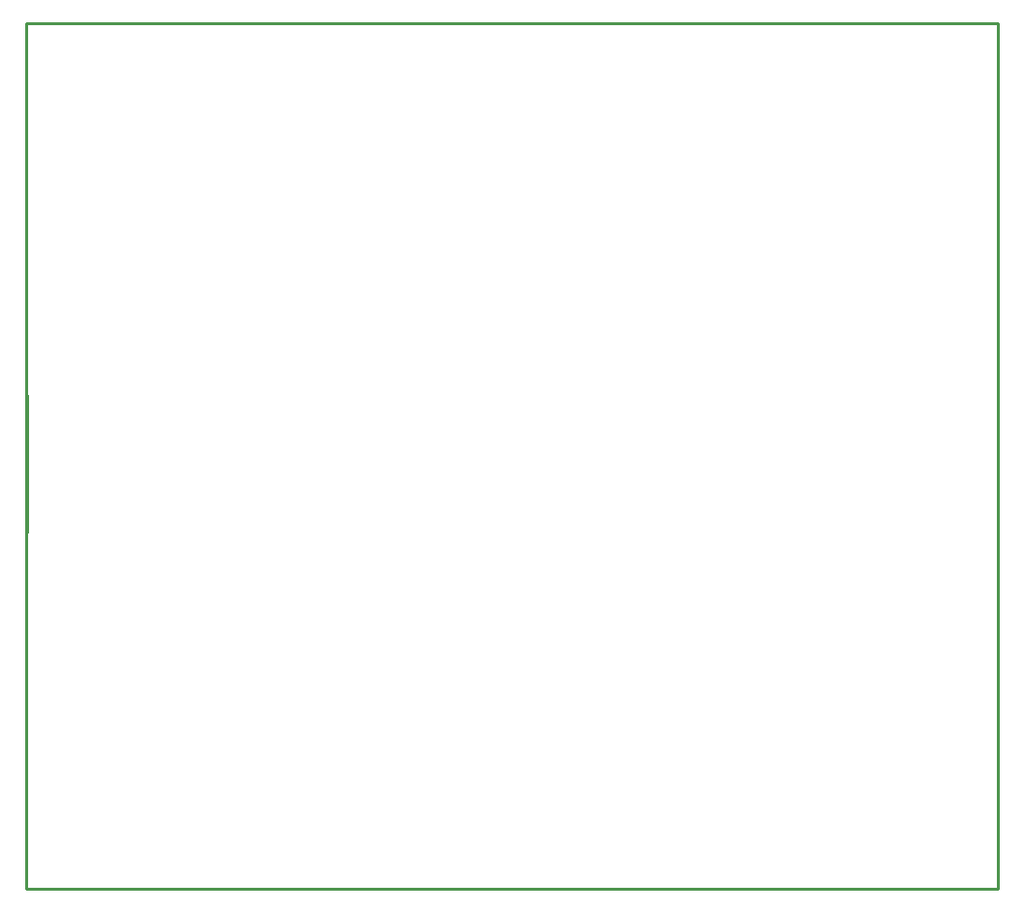
<source format=gm1>
G04*
G04 #@! TF.GenerationSoftware,Altium Limited,Altium Designer,18.1.9 (240)*
G04*
G04 Layer_Color=16711935*
%FSLAX25Y25*%
%MOIN*%
G70*
G01*
G75*
%ADD10C,0.01000*%
%ADD95C,0.00394*%
D10*
X80000Y423500D02*
X414500D01*
X80000D02*
X80000Y125500D01*
X414500D01*
X414500Y423500D02*
X414500Y125500D01*
D95*
X80886Y248192D02*
Y291499D01*
Y291893D01*
Y293074D01*
Y295436D01*
M02*

</source>
